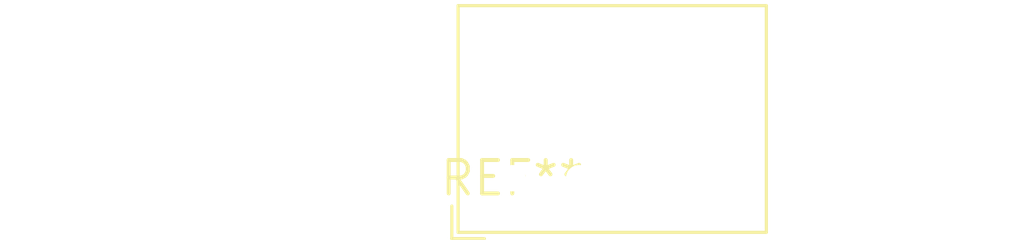
<source format=kicad_pcb>
(kicad_pcb (version 20240108) (generator pcbnew)
  (layers (0 "F.Cu" signal) (31 "B.Cu" signal) (34 "B.Paste" user) (35 "F.Paste" user) (36 "B.SilkS" user "B.Silkscreen") (37 "F.SilkS" user "F.Silkscreen") (38 "B.Mask" user) (39 "F.Mask" user) (44 "Edge.Cuts" user))
  (net 0 "")
  (footprint "Converter_DCDC_RECOM_R-78S-0.1_THT" (layer "F.Cu") (at 0 0)
    (property "Reference" "REF**")
    (property "Value" "Converter_DCDC_RECOM_R-78S-0.1_THT")
    (fp_line (start -2.3 1.06) (end -2.3 2.3) (layer "F.SilkS") (stroke (width 0.12)))
    (fp_line (start -2.3 2.3) (end -1.06 2.3) (layer "F.SilkS") (stroke (width 0.12)))
    (fp_line (start -2.06 -6.56) (end -2.06 2.06) (layer "F.SilkS") (stroke (width 0.12)))
    (fp_line (start -2.06 -6.56) (end 9.66 -6.56) (layer "F.SilkS") (stroke (width 0.12)))
    (fp_line (start -2.06 2.06) (end 9.66 2.06) (layer "F.SilkS") (stroke (width 0.12)))
    (fp_line (start 9.66 -6.56) (end 9.66 2.06) (layer "F.SilkS") (stroke (width 0.12)))
    (pad "1" thru_hole rect (at 0 0) (size 1.5 2.3) (drill 1) (layers *.Cu *.Mask) (remove_unused_layers))
    (pad "2" thru_hole oval (at 2.54 0) (size 1.5 2.3) (drill 1) (layers *.Cu *.Mask) (remove_unused_layers))
    (pad "3" thru_hole oval (at 5.08 0) (size 1.5 2.3) (drill 1) (layers *.Cu *.Mask) (remove_unused_layers))
    (pad "4" thru_hole oval (at 7.62 0) (size 1.5 2.3) (drill 1) (layers *.Cu *.Mask) (remove_unused_layers))
  )
)
</source>
